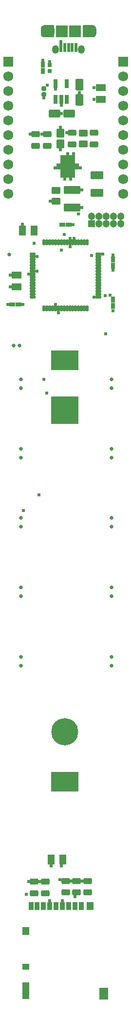
<source format=gts>
G04 Layer_Color=8388736*
%FSLAX44Y44*%
%MOMM*%
G71*
G01*
G75*
G04:AMPARAMS|DCode=75|XSize=0.5232mm|YSize=1.0032mm|CornerRadius=0.1816mm|HoleSize=0mm|Usage=FLASHONLY|Rotation=90.000|XOffset=0mm|YOffset=0mm|HoleType=Round|Shape=RoundedRectangle|*
%AMROUNDEDRECTD75*
21,1,0.5232,0.6400,0,0,90.0*
21,1,0.1600,1.0032,0,0,90.0*
1,1,0.3632,0.3200,0.0800*
1,1,0.3632,0.3200,-0.0800*
1,1,0.3632,-0.3200,-0.0800*
1,1,0.3632,-0.3200,0.0800*
%
%ADD75ROUNDEDRECTD75*%
G04:AMPARAMS|DCode=76|XSize=0.5232mm|YSize=1.0032mm|CornerRadius=0.1816mm|HoleSize=0mm|Usage=FLASHONLY|Rotation=0.000|XOffset=0mm|YOffset=0mm|HoleType=Round|Shape=RoundedRectangle|*
%AMROUNDEDRECTD76*
21,1,0.5232,0.6400,0,0,0.0*
21,1,0.1600,1.0032,0,0,0.0*
1,1,0.3632,0.0800,-0.3200*
1,1,0.3632,-0.0800,-0.3200*
1,1,0.3632,-0.0800,0.3200*
1,1,0.3632,0.0800,0.3200*
%
%ADD76ROUNDEDRECTD76*%
%ADD77R,0.5001X1.0531*%
%ADD78R,2.6033X1.8532*%
%ADD79R,0.9032X0.4831*%
%ADD80R,1.5032X2.1031*%
%ADD81R,1.2032X3.0033*%
%ADD82R,1.2032X1.0033*%
%ADD83R,1.2032X1.4031*%
%ADD84R,0.9032X1.4031*%
%ADD85R,1.1032X0.8032*%
%ADD86R,1.8034X1.2954*%
G04:AMPARAMS|DCode=87|XSize=2.0032mm|YSize=1.4032mm|CornerRadius=0.2516mm|HoleSize=0mm|Usage=FLASHONLY|Rotation=270.000|XOffset=0mm|YOffset=0mm|HoleType=Round|Shape=RoundedRectangle|*
%AMROUNDEDRECTD87*
21,1,2.0032,0.9000,0,0,270.0*
21,1,1.5000,1.4032,0,0,270.0*
1,1,0.5032,-0.4500,-0.7500*
1,1,0.5032,-0.4500,0.7500*
1,1,0.5032,0.4500,0.7500*
1,1,0.5032,0.4500,-0.7500*
%
%ADD87ROUNDEDRECTD87*%
G04:AMPARAMS|DCode=88|XSize=0.8032mm|YSize=0.8032mm|CornerRadius=0.1616mm|HoleSize=0mm|Usage=FLASHONLY|Rotation=180.000|XOffset=0mm|YOffset=0mm|HoleType=Round|Shape=RoundedRectangle|*
%AMROUNDEDRECTD88*
21,1,0.8032,0.4800,0,0,180.0*
21,1,0.4800,0.8032,0,0,180.0*
1,1,0.3232,-0.2400,0.2400*
1,1,0.3232,0.2400,0.2400*
1,1,0.3232,0.2400,-0.2400*
1,1,0.3232,-0.2400,-0.2400*
%
%ADD88ROUNDEDRECTD88*%
G04:AMPARAMS|DCode=89|XSize=1.6032mm|YSize=1.2032mm|CornerRadius=0.2266mm|HoleSize=0mm|Usage=FLASHONLY|Rotation=0.000|XOffset=0mm|YOffset=0mm|HoleType=Round|Shape=RoundedRectangle|*
%AMROUNDEDRECTD89*
21,1,1.6032,0.7500,0,0,0.0*
21,1,1.1500,1.2032,0,0,0.0*
1,1,0.4532,0.5750,-0.3750*
1,1,0.4532,-0.5750,-0.3750*
1,1,0.4532,-0.5750,0.3750*
1,1,0.4532,0.5750,0.3750*
%
%ADD89ROUNDEDRECTD89*%
G04:AMPARAMS|DCode=90|XSize=1.5032mm|YSize=1.0032mm|CornerRadius=0.2016mm|HoleSize=0mm|Usage=FLASHONLY|Rotation=180.000|XOffset=0mm|YOffset=0mm|HoleType=Round|Shape=RoundedRectangle|*
%AMROUNDEDRECTD90*
21,1,1.5032,0.6000,0,0,180.0*
21,1,1.1000,1.0032,0,0,180.0*
1,1,0.4032,-0.5500,0.3000*
1,1,0.4032,0.5500,0.3000*
1,1,0.4032,0.5500,-0.3000*
1,1,0.4032,-0.5500,-0.3000*
%
%ADD90ROUNDEDRECTD90*%
%ADD91R,1.2954X1.8034*%
%ADD92R,0.8032X1.1032*%
G04:AMPARAMS|DCode=93|XSize=2.2032mm|YSize=1.4032mm|CornerRadius=0.2516mm|HoleSize=0mm|Usage=FLASHONLY|Rotation=180.000|XOffset=0mm|YOffset=0mm|HoleType=Round|Shape=RoundedRectangle|*
%AMROUNDEDRECTD93*
21,1,2.2032,0.9000,0,0,180.0*
21,1,1.7000,1.4032,0,0,180.0*
1,1,0.5032,-0.8500,0.4500*
1,1,0.5032,0.8500,0.4500*
1,1,0.5032,0.8500,-0.4500*
1,1,0.5032,-0.8500,-0.4500*
%
%ADD93ROUNDEDRECTD93*%
G04:AMPARAMS|DCode=94|XSize=2.9032mm|YSize=1.3532mm|CornerRadius=0.2454mm|HoleSize=0mm|Usage=FLASHONLY|Rotation=0.000|XOffset=0mm|YOffset=0mm|HoleType=Round|Shape=RoundedRectangle|*
%AMROUNDEDRECTD94*
21,1,2.9032,0.8625,0,0,0.0*
21,1,2.4125,1.3532,0,0,0.0*
1,1,0.4907,1.2063,-0.4313*
1,1,0.4907,-1.2063,-0.4313*
1,1,0.4907,-1.2063,0.4313*
1,1,0.4907,1.2063,0.4313*
%
%ADD94ROUNDEDRECTD94*%
G04:AMPARAMS|DCode=95|XSize=1.4032mm|YSize=1.5532mm|CornerRadius=0.2516mm|HoleSize=0mm|Usage=FLASHONLY|Rotation=180.000|XOffset=0mm|YOffset=0mm|HoleType=Round|Shape=RoundedRectangle|*
%AMROUNDEDRECTD95*
21,1,1.4032,1.0500,0,0,180.0*
21,1,0.9000,1.5532,0,0,180.0*
1,1,0.5032,-0.4500,0.5250*
1,1,0.5032,0.4500,0.5250*
1,1,0.5032,0.4500,-0.5250*
1,1,0.5032,-0.4500,-0.5250*
%
%ADD95ROUNDEDRECTD95*%
%ADD96R,0.6032X1.5532*%
%ADD97R,0.7620X1.5240*%
G04:AMPARAMS|DCode=98|XSize=2.0032mm|YSize=1.4032mm|CornerRadius=0.2516mm|HoleSize=0mm|Usage=FLASHONLY|Rotation=180.000|XOffset=0mm|YOffset=0mm|HoleType=Round|Shape=RoundedRectangle|*
%AMROUNDEDRECTD98*
21,1,2.0032,0.9000,0,0,180.0*
21,1,1.5000,1.4032,0,0,180.0*
1,1,0.5032,-0.7500,0.4500*
1,1,0.5032,0.7500,0.4500*
1,1,0.5032,0.7500,-0.4500*
1,1,0.5032,-0.7500,-0.4500*
%
%ADD98ROUNDEDRECTD98*%
%ADD99R,0.7532X0.8032*%
%ADD100R,2.0032X2.1032*%
%ADD101C,0.6604*%
%ADD102C,1.3032*%
%ADD103R,1.3032X1.3032*%
G04:AMPARAMS|DCode=104|XSize=1.2532mm|YSize=1.4532mm|CornerRadius=0.6266mm|HoleSize=0mm|Usage=FLASHONLY|Rotation=180.000|XOffset=0mm|YOffset=0mm|HoleType=Round|Shape=RoundedRectangle|*
%AMROUNDEDRECTD104*
21,1,1.2532,0.2000,0,0,180.0*
21,1,0.0000,1.4532,0,0,180.0*
1,1,1.2532,0.0000,0.1000*
1,1,1.2532,0.0000,0.1000*
1,1,1.2532,0.0000,-0.1000*
1,1,1.2532,0.0000,-0.1000*
%
%ADD104ROUNDEDRECTD104*%
G04:AMPARAMS|DCode=105|XSize=2.3032mm|YSize=2.1032mm|CornerRadius=0.5956mm|HoleSize=0mm|Usage=FLASHONLY|Rotation=180.000|XOffset=0mm|YOffset=0mm|HoleType=Round|Shape=RoundedRectangle|*
%AMROUNDEDRECTD105*
21,1,2.3032,0.9120,0,0,180.0*
21,1,1.1120,2.1032,0,0,180.0*
1,1,1.1912,-0.5560,0.4560*
1,1,1.1912,0.5560,0.4560*
1,1,1.1912,0.5560,-0.4560*
1,1,1.1912,-0.5560,-0.4560*
%
%ADD105ROUNDEDRECTD105*%
%ADD106R,4.7752X3.5052*%
%ADD107C,4.7032*%
%ADD108R,4.7032X4.7032*%
%ADD109R,1.7272X1.7272*%
%ADD110C,1.7272*%
%ADD111C,0.6032*%
G36*
X10209133Y5083010D02*
X10209263Y5082983D01*
X10209390Y5082941D01*
X10209509Y5082882D01*
X10209620Y5082808D01*
X10209720Y5082720D01*
X10209808Y5082620D01*
X10209882Y5082509D01*
X10209941Y5082390D01*
X10209984Y5082263D01*
X10210010Y5082133D01*
X10210018Y5082000D01*
Y5063000D01*
X10210010Y5062867D01*
X10209984Y5062737D01*
X10209941Y5062610D01*
X10209882Y5062491D01*
X10209808Y5062380D01*
X10209720Y5062280D01*
X10209620Y5062192D01*
X10209509Y5062118D01*
X10209390Y5062059D01*
X10209263Y5062017D01*
X10209133Y5061990D01*
X10209000Y5061982D01*
X10193000D01*
X10192958Y5061985D01*
X10192916Y5061985D01*
X10192435Y5062025D01*
X10192411Y5062029D01*
X10192386Y5062031D01*
X10191857Y5062101D01*
X10191850Y5062102D01*
X10191843Y5062102D01*
X10191785Y5062115D01*
X10191726Y5062126D01*
X10191719Y5062129D01*
X10191713Y5062130D01*
X10191183Y5062280D01*
X10191144Y5062294D01*
X10191105Y5062306D01*
X10190675Y5062466D01*
X10190634Y5062484D01*
X10190592Y5062501D01*
X10190172Y5062701D01*
X10190119Y5062731D01*
X10190063Y5062761D01*
X10189623Y5063041D01*
X10189589Y5063067D01*
X10189552Y5063091D01*
X10189172Y5063381D01*
X10189147Y5063402D01*
X10189121Y5063423D01*
X10188731Y5063763D01*
X10188715Y5063779D01*
X10188697Y5063793D01*
X10188668Y5063825D01*
X10188636Y5063856D01*
X10188622Y5063875D01*
X10188607Y5063891D01*
X10188317Y5064251D01*
X10188308Y5064264D01*
X10188298Y5064276D01*
X10188018Y5064646D01*
X10187985Y5064695D01*
X10187951Y5064745D01*
X10187711Y5065156D01*
X10187692Y5065194D01*
X10187671Y5065232D01*
X10187471Y5065652D01*
X10187455Y5065690D01*
X10187438Y5065728D01*
X10187278Y5066147D01*
X10187278Y5066148D01*
X10187278Y5066149D01*
X10187256Y5066221D01*
X10187239Y5066275D01*
X10187239Y5066276D01*
X10187239Y5066277D01*
X10187119Y5066787D01*
X10187112Y5066825D01*
X10187104Y5066863D01*
X10187034Y5067314D01*
X10187030Y5067354D01*
X10187025Y5067393D01*
X10186985Y5067923D01*
X10186984Y5067962D01*
X10186982Y5068000D01*
Y5077000D01*
X10186984Y5077037D01*
X10186984Y5077074D01*
X10187025Y5077624D01*
X10187032Y5077676D01*
X10187037Y5077728D01*
X10187117Y5078178D01*
X10187125Y5078208D01*
X10187130Y5078238D01*
X10187250Y5078737D01*
X10187252Y5078745D01*
X10187253Y5078752D01*
X10187272Y5078808D01*
X10187289Y5078865D01*
X10187292Y5078871D01*
X10187294Y5078878D01*
X10187452Y5079273D01*
X10187453Y5079273D01*
X10187582Y5079603D01*
X10187587Y5079612D01*
X10187590Y5079622D01*
X10187615Y5079673D01*
X10187640Y5079724D01*
X10187645Y5079733D01*
X10187650Y5079742D01*
X10187900Y5080172D01*
X10187924Y5080208D01*
X10187947Y5080245D01*
X10188207Y5080616D01*
X10188230Y5080644D01*
X10188251Y5080674D01*
X10188561Y5081053D01*
X10188567Y5081060D01*
X10188572Y5081067D01*
X10188613Y5081109D01*
X10188652Y5081151D01*
X10188658Y5081157D01*
X10188665Y5081163D01*
X10189114Y5081573D01*
X10189152Y5081603D01*
X10189189Y5081635D01*
X10189589Y5081935D01*
X10189623Y5081957D01*
X10189657Y5081981D01*
X10190117Y5082271D01*
X10190120Y5082273D01*
X10190123Y5082275D01*
X10190179Y5082305D01*
X10190234Y5082335D01*
X10190237Y5082336D01*
X10190240Y5082338D01*
X10190770Y5082578D01*
X10190772Y5082578D01*
X10190773Y5082579D01*
X10190837Y5082603D01*
X10190895Y5082625D01*
X10190897Y5082625D01*
X10190898Y5082625D01*
X10191769Y5082885D01*
X10191801Y5082893D01*
X10191832Y5082902D01*
X10191865Y5082908D01*
X10191898Y5082915D01*
X10191931Y5082918D01*
X10191963Y5082924D01*
X10192903Y5083014D01*
X10192952Y5083015D01*
X10193000Y5083018D01*
X10209000D01*
X10209133Y5083010D01*
D02*
G37*
G36*
X10277042Y5083015D02*
X10277085Y5083015D01*
X10277565Y5082975D01*
X10277589Y5082971D01*
X10277614Y5082969D01*
X10278143Y5082899D01*
X10278151Y5082898D01*
X10278157Y5082898D01*
X10278215Y5082885D01*
X10278274Y5082874D01*
X10278280Y5082871D01*
X10278287Y5082870D01*
X10278817Y5082720D01*
X10278856Y5082706D01*
X10278895Y5082694D01*
X10279325Y5082534D01*
X10279366Y5082516D01*
X10279408Y5082499D01*
X10279828Y5082299D01*
X10279882Y5082269D01*
X10279937Y5082239D01*
X10280377Y5081959D01*
X10280411Y5081933D01*
X10280448Y5081909D01*
X10280828Y5081619D01*
X10280853Y5081598D01*
X10280879Y5081577D01*
X10281270Y5081237D01*
X10281285Y5081221D01*
X10281302Y5081207D01*
X10281332Y5081175D01*
X10281364Y5081143D01*
X10281377Y5081125D01*
X10281393Y5081109D01*
X10281683Y5080749D01*
X10281692Y5080736D01*
X10281702Y5080724D01*
X10281982Y5080354D01*
X10282014Y5080305D01*
X10282048Y5080254D01*
X10282289Y5079844D01*
X10282308Y5079806D01*
X10282329Y5079768D01*
X10282529Y5079348D01*
X10282544Y5079310D01*
X10282561Y5079272D01*
X10282721Y5078853D01*
X10282722Y5078852D01*
X10282722Y5078850D01*
X10282744Y5078779D01*
X10282760Y5078725D01*
X10282761Y5078724D01*
X10282761Y5078723D01*
X10282881Y5078213D01*
X10282888Y5078175D01*
X10282896Y5078137D01*
X10282966Y5077686D01*
X10282970Y5077646D01*
X10282975Y5077607D01*
X10283015Y5077077D01*
X10283015Y5077038D01*
X10283019Y5077000D01*
Y5068000D01*
X10283016Y5067963D01*
X10283015Y5067926D01*
X10282976Y5067376D01*
X10282969Y5067324D01*
X10282963Y5067272D01*
X10282882Y5066822D01*
X10282875Y5066792D01*
X10282870Y5066762D01*
X10282750Y5066263D01*
X10282748Y5066255D01*
X10282747Y5066248D01*
X10282728Y5066192D01*
X10282711Y5066135D01*
X10282708Y5066129D01*
X10282705Y5066122D01*
X10282548Y5065727D01*
X10282548Y5065727D01*
X10282417Y5065397D01*
X10282413Y5065388D01*
X10282410Y5065378D01*
X10282384Y5065327D01*
X10282361Y5065276D01*
X10282355Y5065267D01*
X10282350Y5065258D01*
X10282100Y5064828D01*
X10282075Y5064792D01*
X10282053Y5064755D01*
X10281793Y5064384D01*
X10281770Y5064356D01*
X10281749Y5064326D01*
X10281439Y5063947D01*
X10281433Y5063940D01*
X10281428Y5063933D01*
X10281387Y5063891D01*
X10281348Y5063849D01*
X10281342Y5063843D01*
X10281335Y5063837D01*
X10280886Y5063427D01*
X10280848Y5063397D01*
X10280811Y5063365D01*
X10280411Y5063065D01*
X10280376Y5063043D01*
X10280343Y5063019D01*
X10279883Y5062729D01*
X10279880Y5062727D01*
X10279878Y5062725D01*
X10279821Y5062695D01*
X10279766Y5062665D01*
X10279763Y5062664D01*
X10279760Y5062662D01*
X10279230Y5062422D01*
X10279229Y5062422D01*
X10279226Y5062421D01*
X10279163Y5062397D01*
X10279105Y5062375D01*
X10279104Y5062375D01*
X10279102Y5062374D01*
X10278231Y5062114D01*
X10278199Y5062107D01*
X10278169Y5062098D01*
X10278135Y5062092D01*
X10278102Y5062085D01*
X10278069Y5062082D01*
X10278037Y5062076D01*
X10277097Y5061986D01*
X10277048Y5061985D01*
X10277000Y5061982D01*
X10261000D01*
X10260867Y5061990D01*
X10260736Y5062017D01*
X10260610Y5062059D01*
X10260491Y5062118D01*
X10260380Y5062192D01*
X10260280Y5062280D01*
X10260192Y5062380D01*
X10260118Y5062491D01*
X10260060Y5062610D01*
X10260017Y5062737D01*
X10259990Y5062867D01*
X10259982Y5063000D01*
Y5082000D01*
X10259990Y5082133D01*
X10260017Y5082263D01*
X10260060Y5082390D01*
X10260118Y5082509D01*
X10260192Y5082620D01*
X10260280Y5082720D01*
X10260380Y5082808D01*
X10260491Y5082882D01*
X10260610Y5082941D01*
X10260736Y5082983D01*
X10260867Y5083010D01*
X10261000Y5083018D01*
X10277000D01*
X10277042Y5083015D01*
D02*
G37*
D75*
X10173000Y4687500D02*
D03*
Y4682500D02*
D03*
Y4677500D02*
D03*
Y4672500D02*
D03*
Y4667500D02*
D03*
Y4662500D02*
D03*
Y4657500D02*
D03*
Y4652500D02*
D03*
Y4647500D02*
D03*
Y4642500D02*
D03*
Y4637500D02*
D03*
Y4632500D02*
D03*
Y4627500D02*
D03*
Y4622500D02*
D03*
Y4617500D02*
D03*
Y4612500D02*
D03*
X10287000D02*
D03*
Y4617500D02*
D03*
Y4622500D02*
D03*
Y4627500D02*
D03*
Y4632500D02*
D03*
Y4637500D02*
D03*
Y4642500D02*
D03*
Y4647500D02*
D03*
Y4652500D02*
D03*
Y4657500D02*
D03*
Y4662500D02*
D03*
Y4667500D02*
D03*
Y4672500D02*
D03*
Y4677500D02*
D03*
Y4682500D02*
D03*
Y4687500D02*
D03*
D76*
X10192500Y4593000D02*
D03*
X10197500D02*
D03*
X10202500D02*
D03*
X10207500D02*
D03*
X10212500D02*
D03*
X10217500D02*
D03*
X10222500D02*
D03*
X10227500D02*
D03*
X10232500D02*
D03*
X10237500D02*
D03*
X10242500D02*
D03*
X10247500D02*
D03*
X10252500D02*
D03*
X10257500D02*
D03*
X10262500D02*
D03*
X10267500D02*
D03*
Y4707000D02*
D03*
X10262500D02*
D03*
X10257500D02*
D03*
X10252500D02*
D03*
X10247500D02*
D03*
X10242500D02*
D03*
X10237500D02*
D03*
X10232500D02*
D03*
X10227500D02*
D03*
X10222500D02*
D03*
X10217500D02*
D03*
X10212500D02*
D03*
X10207500D02*
D03*
X10202500D02*
D03*
X10197500D02*
D03*
X10192500D02*
D03*
D77*
X10223660Y4823950D02*
D03*
X10228658D02*
D03*
X10233660D02*
D03*
X10238661D02*
D03*
X10243660D02*
D03*
Y4853450D02*
D03*
X10238661D02*
D03*
X10233660D02*
D03*
X10228658D02*
D03*
X10223660D02*
D03*
D78*
X10233660Y4838700D02*
D03*
D79*
X10218659Y4841199D02*
D03*
Y4836201D02*
D03*
X10248661Y4841199D02*
D03*
Y4836201D02*
D03*
D80*
X10296001Y3407999D02*
D03*
D81*
X10161000Y3412500D02*
D03*
D82*
Y3454001D02*
D03*
D83*
Y3515999D02*
D03*
X10272501Y3558999D02*
D03*
D84*
X10170499D02*
D03*
X10179999D02*
D03*
X10191000D02*
D03*
X10202000D02*
D03*
X10213001D02*
D03*
X10224000D02*
D03*
X10235000D02*
D03*
X10246001D02*
D03*
X10257000D02*
D03*
D85*
X10148000Y4600000D02*
D03*
X10137000D02*
D03*
X10235500Y4737500D02*
D03*
X10224500D02*
D03*
D86*
X10290811Y4954270D02*
D03*
Y4974590D02*
D03*
X10145000Y4650320D02*
D03*
Y4630000D02*
D03*
D87*
X10253979Y4953970D02*
D03*
Y4979970D02*
D03*
D88*
X10191750Y4973240D02*
D03*
Y4963240D02*
D03*
D89*
X10260330Y4895960D02*
D03*
Y4877960D02*
D03*
X10213340Y4796900D02*
D03*
Y4778900D02*
D03*
D90*
X10241281Y4896960D02*
D03*
Y4876960D02*
D03*
X10279380D02*
D03*
Y4896960D02*
D03*
X10229850Y3582830D02*
D03*
Y3602830D02*
D03*
X10194290Y3601560D02*
D03*
Y3581560D02*
D03*
X10177780Y4894420D02*
D03*
Y4874420D02*
D03*
X10198100D02*
D03*
Y4894420D02*
D03*
X10248900Y3582830D02*
D03*
Y3602830D02*
D03*
X10267950D02*
D03*
Y3582830D02*
D03*
X10175240Y3601560D02*
D03*
Y3581560D02*
D03*
D91*
X10225320Y3640000D02*
D03*
X10205000D02*
D03*
X10154680Y4727500D02*
D03*
X10175000D02*
D03*
D92*
X10312500Y4597000D02*
D03*
Y4608000D02*
D03*
Y4667000D02*
D03*
Y4678000D02*
D03*
X10190480Y5003380D02*
D03*
Y5014380D02*
D03*
D93*
X10284460Y4823220D02*
D03*
Y4793220D02*
D03*
D94*
X10241281Y4797820D02*
D03*
Y4767820D02*
D03*
D95*
X10220960Y4877460D02*
D03*
Y4896460D02*
D03*
D96*
X10248000Y5044500D02*
D03*
X10241500D02*
D03*
X10235000D02*
D03*
X10228500D02*
D03*
X10222000D02*
D03*
D97*
X10212832Y4954524D02*
D03*
X10222230D02*
D03*
X10231628D02*
D03*
Y4981956D02*
D03*
X10212832D02*
D03*
D98*
X10210500Y4930140D02*
D03*
X10236500D02*
D03*
D99*
X10201910Y5003880D02*
D03*
Y5013880D02*
D03*
D100*
X10223504Y5072500D02*
D03*
X10246499D02*
D03*
D101*
X10152500Y4455240D02*
D03*
Y4470480D02*
D03*
Y4350480D02*
D03*
Y4335240D02*
D03*
Y4215240D02*
D03*
Y4230480D02*
D03*
Y4110480D02*
D03*
Y4095240D02*
D03*
Y3975240D02*
D03*
Y3990480D02*
D03*
X10310000Y4470480D02*
D03*
Y4455240D02*
D03*
Y4335240D02*
D03*
Y4350480D02*
D03*
Y4230480D02*
D03*
Y4215240D02*
D03*
Y4095240D02*
D03*
Y4110480D02*
D03*
Y3990480D02*
D03*
Y3975240D02*
D03*
X10149840Y4528820D02*
D03*
X10139680D02*
D03*
X10132060Y4686300D02*
D03*
D102*
X10325800Y4752700D02*
D03*
X10313101D02*
D03*
X10300400D02*
D03*
X10287700D02*
D03*
X10275000D02*
D03*
X10325800Y4740000D02*
D03*
X10313101D02*
D03*
X10300400D02*
D03*
X10287700D02*
D03*
D103*
X10275000D02*
D03*
D104*
X10257250Y5041250D02*
D03*
X10212750D02*
D03*
D105*
X10198500Y5072500D02*
D03*
X10271500D02*
D03*
D106*
X10228580Y3774430D02*
D03*
Y4503430D02*
D03*
D107*
Y3860880D02*
D03*
D108*
Y4416980D02*
D03*
D109*
X10330000Y5020000D02*
D03*
X10130000D02*
D03*
D110*
X10330000Y4994600D02*
D03*
Y4969200D02*
D03*
Y4943800D02*
D03*
Y4918400D02*
D03*
Y4893000D02*
D03*
Y4867600D02*
D03*
Y4842200D02*
D03*
Y4816800D02*
D03*
Y4791400D02*
D03*
X10130000Y4994600D02*
D03*
Y4969200D02*
D03*
Y4943800D02*
D03*
Y4918400D02*
D03*
Y4893000D02*
D03*
Y4867600D02*
D03*
Y4842200D02*
D03*
Y4816800D02*
D03*
Y4791400D02*
D03*
D111*
X10183876Y4270756D02*
D03*
X10307421Y4615770D02*
D03*
X10299700Y4549140D02*
D03*
X10156952Y4243832D02*
D03*
X10220960Y4867402D02*
D03*
X10161270Y3579368D02*
D03*
X10246001Y3575409D02*
D03*
X10180320Y4682500D02*
D03*
X10197500Y4446778D02*
D03*
X10212832Y4972050D02*
D03*
X10197926Y4979416D02*
D03*
X10222500Y4693920D02*
D03*
X10220079Y3605370D02*
D03*
X10192500Y4470480D02*
D03*
X10222780Y3628729D02*
D03*
X10275321Y4684544D02*
D03*
X10233660Y4861052D02*
D03*
X10243660Y4860969D02*
D03*
X10227500Y4721173D02*
D03*
X10237580Y4714270D02*
D03*
X10245040D02*
D03*
X10252500Y4756448D02*
D03*
X10237470Y4699792D02*
D03*
X10175000Y4705604D02*
D03*
X10165469Y3601560D02*
D03*
X10184520D02*
D03*
X10224000Y3568269D02*
D03*
X10205000Y3628729D02*
D03*
X10239130Y3602830D02*
D03*
X10258180D02*
D03*
X10129229Y4600000D02*
D03*
X10133729Y4630000D02*
D03*
X10165730Y4652500D02*
D03*
X10212500Y4600270D02*
D03*
X10298678Y4615456D02*
D03*
X10294270Y4687500D02*
D03*
X10228658Y4816431D02*
D03*
X10258051Y4797820D02*
D03*
X10188329Y4894420D02*
D03*
X10312500Y4685771D02*
D03*
X10279539Y4974590D02*
D03*
X10202000Y3568269D02*
D03*
X10155770Y4600000D02*
D03*
X10133729Y4650320D02*
D03*
X10180270Y4657500D02*
D03*
X10154680Y4738771D02*
D03*
X10217500Y4585730D02*
D03*
X10279730Y4612500D02*
D03*
X10203070Y4778900D02*
D03*
X10243270Y4737500D02*
D03*
X10312500Y4589229D02*
D03*
X10168010Y4894420D02*
D03*
X10258051Y4767820D02*
D03*
X10211888Y4836201D02*
D03*
X10238661Y4816431D02*
D03*
X10312500Y4659230D02*
D03*
X10255431Y4836201D02*
D03*
X10220960Y4906480D02*
D03*
X10191750Y4956970D02*
D03*
X10222770Y4930140D02*
D03*
X10231509Y4896960D02*
D03*
X10190480Y5022151D02*
D03*
X10222230Y4944650D02*
D03*
X10201910Y5020150D02*
D03*
X10253979Y4966240D02*
D03*
X10222000Y5054520D02*
D03*
X10279539Y4954270D02*
D03*
M02*

</source>
